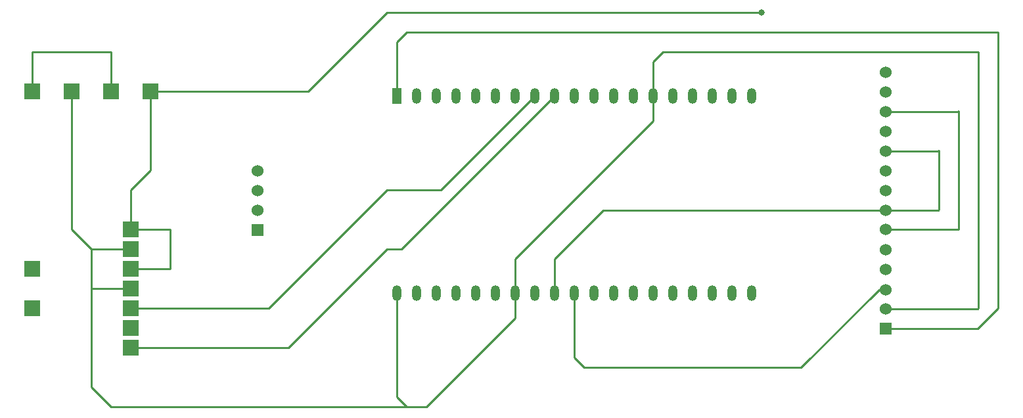
<source format=gbr>
%TF.GenerationSoftware,KiCad,Pcbnew,7.0.8*%
%TF.CreationDate,2024-07-13T09:20:10+02:00*%
%TF.ProjectId,ESP32_TFT2-8,45535033-325f-4544-9654-322d382e6b69,rev?*%
%TF.SameCoordinates,Original*%
%TF.FileFunction,Copper,L2,Bot*%
%TF.FilePolarity,Positive*%
%FSLAX46Y46*%
G04 Gerber Fmt 4.6, Leading zero omitted, Abs format (unit mm)*
G04 Created by KiCad (PCBNEW 7.0.8) date 2024-07-13 09:20:10*
%MOMM*%
%LPD*%
G01*
G04 APERTURE LIST*
%TA.AperFunction,ComponentPad*%
%ADD10R,2.000000X2.000000*%
%TD*%
%TA.AperFunction,ComponentPad*%
%ADD11R,1.524000X1.524000*%
%TD*%
%TA.AperFunction,ComponentPad*%
%ADD12C,1.524000*%
%TD*%
%TA.AperFunction,ComponentPad*%
%ADD13R,1.200000X2.000000*%
%TD*%
%TA.AperFunction,ComponentPad*%
%ADD14O,1.200000X2.000000*%
%TD*%
%TA.AperFunction,ViaPad*%
%ADD15C,0.800000*%
%TD*%
%TA.AperFunction,Conductor*%
%ADD16C,0.250000*%
%TD*%
G04 APERTURE END LIST*
D10*
%TO.P,U5,1,LP*%
%TO.N,Net-(U3-LP)*%
X99060000Y-93980000D03*
%TD*%
%TO.P,U11,1,LP*%
%TO.N,Net-(U1-32K_XN{slash}GPIO33{slash}ADC1_CH5)*%
X101600000Y-121920000D03*
%TD*%
D11*
%TO.P,U2,1,VCC*%
%TO.N,Net-(U1-3V3)*%
X198909600Y-124536320D03*
D12*
%TO.P,U2,2,GND*%
%TO.N,Net-(U10-LP)*%
X198909600Y-121996320D03*
%TO.P,U2,3,CS*%
%TO.N,Net-(U1-GPIO5)*%
X198909600Y-119486320D03*
%TO.P,U2,4,RESET*%
%TO.N,Net-(U1-GPIO22)*%
X198909600Y-116916320D03*
%TO.P,U2,5,DC*%
%TO.N,unconnected-(U2-DC-Pad5)*%
X198909600Y-114376320D03*
%TO.P,U2,6,MOSI*%
%TO.N,Net-(U1-GPIO23)*%
X198909600Y-111736320D03*
%TO.P,U2,7,SCK*%
%TO.N,Net-(U1-GPIO18)*%
X198909600Y-109296320D03*
%TO.P,U2,8,LED*%
%TO.N,unconnected-(U2-LED-Pad8)*%
X198909600Y-106756320D03*
%TO.P,U2,9,MISO*%
%TO.N,Net-(U1-GPIO19)*%
X198909600Y-104216320D03*
%TO.P,U2,10,T_CLK*%
%TO.N,Net-(U1-GPIO18)*%
X198909600Y-101676320D03*
%TO.P,U2,11,T_CS*%
%TO.N,Net-(U1-MTMS{slash}GPIO14{slash}ADC2_CH6)*%
X198909600Y-99136320D03*
%TO.P,U2,12,T_DIN*%
%TO.N,Net-(U1-GPIO23)*%
X198909600Y-96596320D03*
%TO.P,U2,13,T_DQ*%
%TO.N,Net-(U1-GPIO19)*%
X198909600Y-94056320D03*
%TO.P,U2,14,T_IRQ*%
%TO.N,Net-(U1-ADC2_CH7{slash}GPIO27)*%
X198909600Y-91516320D03*
D11*
%TO.P,U2,15*%
%TO.N,N/C*%
X117909600Y-111796320D03*
D12*
%TO.P,U2,16*%
X117909600Y-109296320D03*
%TO.P,U2,17*%
X117909600Y-106756320D03*
%TO.P,U2,18*%
X117909600Y-104216320D03*
%TD*%
D10*
%TO.P,U7,1,LP*%
%TO.N,Net-(U1-5V)*%
X101600000Y-111760000D03*
%TD*%
%TO.P,U6,1,LP*%
%TO.N,Net-(U1-5V)*%
X104140000Y-93980000D03*
%TD*%
%TO.P,U14,1,LP*%
%TO.N,unconnected-(U14-LP-Pad1)*%
X88900000Y-116840000D03*
%TD*%
%TO.P,U15,1,LP*%
%TO.N,unconnected-(U15-LP-Pad1)*%
X88900000Y-121920000D03*
%TD*%
%TO.P,U8,1,LP*%
%TO.N,Net-(U10-LP)*%
X101600000Y-114300000D03*
%TD*%
%TO.P,U3,1,LP*%
%TO.N,Net-(U3-LP)*%
X88900000Y-93980000D03*
%TD*%
%TO.P,U4,1,LP*%
%TO.N,Net-(U10-LP)*%
X93980000Y-93980000D03*
%TD*%
%TO.P,U13,1,LP*%
%TO.N,Net-(U1-DAC_1{slash}ADC2_CH8{slash}GPIO25)*%
X101600000Y-127000000D03*
%TD*%
%TO.P,U12,1,LP*%
%TO.N,Net-(U1-DAC_2{slash}ADC2_CH9{slash}GPIO26)*%
X101600000Y-124460000D03*
%TD*%
%TO.P,U9,1,LP*%
%TO.N,Net-(U1-5V)*%
X101600000Y-116840000D03*
%TD*%
%TO.P,U10,1,LP*%
%TO.N,Net-(U10-LP)*%
X101600000Y-119380000D03*
%TD*%
D13*
%TO.P,U1,1,3V3*%
%TO.N,Net-(U1-3V3)*%
X135900000Y-94550000D03*
D14*
%TO.P,U1,2,CHIP_PU*%
%TO.N,unconnected-(U1-CHIP_PU-Pad2)*%
X138440000Y-94550000D03*
%TO.P,U1,3,SENSOR_VP/GPIO36/ADC1_CH0*%
%TO.N,unconnected-(U1-SENSOR_VP{slash}GPIO36{slash}ADC1_CH0-Pad3)*%
X140980000Y-94550000D03*
%TO.P,U1,4,SENSOR_VN/GPIO39/ADC1_CH3*%
%TO.N,unconnected-(U1-SENSOR_VN{slash}GPIO39{slash}ADC1_CH3-Pad4)*%
X143520000Y-94550000D03*
%TO.P,U1,5,VDET_1/GPIO34/ADC1_CH6*%
%TO.N,unconnected-(U1-VDET_1{slash}GPIO34{slash}ADC1_CH6-Pad5)*%
X146060000Y-94550000D03*
%TO.P,U1,6,VDET_2/GPIO35/ADC1_CH7*%
%TO.N,unconnected-(U1-VDET_2{slash}GPIO35{slash}ADC1_CH7-Pad6)*%
X148600000Y-94550000D03*
%TO.P,U1,7,32K_XP/GPIO32/ADC1_CH4*%
%TO.N,unconnected-(U1-32K_XP{slash}GPIO32{slash}ADC1_CH4-Pad7)*%
X151140000Y-94550000D03*
%TO.P,U1,8,32K_XN/GPIO33/ADC1_CH5*%
%TO.N,Net-(U1-32K_XN{slash}GPIO33{slash}ADC1_CH5)*%
X153680000Y-94550000D03*
%TO.P,U1,9,DAC_1/ADC2_CH8/GPIO25*%
%TO.N,Net-(U1-DAC_1{slash}ADC2_CH8{slash}GPIO25)*%
X156220000Y-94550000D03*
%TO.P,U1,10,DAC_2/ADC2_CH9/GPIO26*%
%TO.N,Net-(U1-DAC_2{slash}ADC2_CH9{slash}GPIO26)*%
X158760000Y-94550000D03*
%TO.P,U1,11,ADC2_CH7/GPIO27*%
%TO.N,Net-(U1-ADC2_CH7{slash}GPIO27)*%
X161300000Y-94550000D03*
%TO.P,U1,12,MTMS/GPIO14/ADC2_CH6*%
%TO.N,Net-(U1-MTMS{slash}GPIO14{slash}ADC2_CH6)*%
X163840000Y-94550000D03*
%TO.P,U1,13,MTDI/GPIO12/ADC2_CH5*%
%TO.N,unconnected-(U1-MTDI{slash}GPIO12{slash}ADC2_CH5-Pad13)*%
X166380000Y-94550000D03*
%TO.P,U1,14,GND*%
%TO.N,Net-(U10-LP)*%
X168920000Y-94550000D03*
%TO.P,U1,15,MTCK/GPIO13/ADC2_CH4*%
%TO.N,unconnected-(U1-MTCK{slash}GPIO13{slash}ADC2_CH4-Pad15)*%
X171460000Y-94550000D03*
%TO.P,U1,16,SD_DATA2/GPIO9*%
%TO.N,unconnected-(U1-SD_DATA2{slash}GPIO9-Pad16)*%
X174000000Y-94550000D03*
%TO.P,U1,17,SD_DATA3/GPIO10*%
%TO.N,unconnected-(U1-SD_DATA3{slash}GPIO10-Pad17)*%
X176540000Y-94550000D03*
%TO.P,U1,18,CMD*%
%TO.N,unconnected-(U1-CMD-Pad18)*%
X179080000Y-94550000D03*
%TO.P,U1,19,5V*%
%TO.N,Net-(U1-5V)*%
X181620000Y-94550000D03*
%TO.P,U1,20,SD_CLK/GPIO6*%
%TO.N,unconnected-(U1-SD_CLK{slash}GPIO6-Pad20)*%
X181617280Y-119946320D03*
%TO.P,U1,21,SD_DATA0/GPIO7*%
%TO.N,unconnected-(U1-SD_DATA0{slash}GPIO7-Pad21)*%
X179077280Y-119946320D03*
%TO.P,U1,22,SD_DATA1/GPIO8*%
%TO.N,unconnected-(U1-SD_DATA1{slash}GPIO8-Pad22)*%
X176540000Y-119950000D03*
%TO.P,U1,23,MTDO/GPIO15/ADC2_CH3*%
%TO.N,unconnected-(U1-MTDO{slash}GPIO15{slash}ADC2_CH3-Pad23)*%
X174000000Y-119950000D03*
%TO.P,U1,24,ADC2_CH2/GPIO2*%
%TO.N,unconnected-(U1-ADC2_CH2{slash}GPIO2-Pad24)*%
X171460000Y-119950000D03*
%TO.P,U1,25,GPIO0/BOOT/ADC2_CH1*%
%TO.N,unconnected-(U1-GPIO0{slash}BOOT{slash}ADC2_CH1-Pad25)*%
X168920000Y-119950000D03*
%TO.P,U1,26,ADC2_CH0/GPIO4*%
%TO.N,unconnected-(U1-ADC2_CH0{slash}GPIO4-Pad26)*%
X166380000Y-119950000D03*
%TO.P,U1,27,GPIO16*%
%TO.N,unconnected-(U1-GPIO16-Pad27)*%
X163840000Y-119950000D03*
%TO.P,U1,28,GPIO17*%
%TO.N,unconnected-(U1-GPIO17-Pad28)*%
X161300000Y-119950000D03*
%TO.P,U1,29,GPIO5*%
%TO.N,Net-(U1-GPIO5)*%
X158760000Y-119950000D03*
%TO.P,U1,30,GPIO18*%
%TO.N,Net-(U1-GPIO18)*%
X156220000Y-119950000D03*
%TO.P,U1,31,GPIO19*%
%TO.N,Net-(U1-GPIO19)*%
X153680000Y-119950000D03*
%TO.P,U1,32,GND*%
%TO.N,Net-(U10-LP)*%
X151140000Y-119950000D03*
%TO.P,U1,33,GPIO21*%
%TO.N,unconnected-(U1-GPIO21-Pad33)*%
X148600000Y-119950000D03*
%TO.P,U1,34,U0RXD/GPIO3*%
%TO.N,unconnected-(U1-U0RXD{slash}GPIO3-Pad34)*%
X146060000Y-119950000D03*
%TO.P,U1,35,U0TXD/GPIO1*%
%TO.N,unconnected-(U1-U0TXD{slash}GPIO1-Pad35)*%
X143520000Y-119950000D03*
%TO.P,U1,36,GPIO22*%
%TO.N,Net-(U1-GPIO22)*%
X140980000Y-119950000D03*
%TO.P,U1,37,GPIO23*%
%TO.N,Net-(U1-GPIO23)*%
X138440000Y-119950000D03*
%TO.P,U1,38,GND*%
%TO.N,Net-(U10-LP)*%
X135900000Y-119950000D03*
%TD*%
D15*
%TO.N,Net-(U1-5V)*%
X182880000Y-83820000D03*
%TD*%
D16*
%TO.N,Net-(U1-3V3)*%
X213360000Y-86360000D02*
X137160000Y-86360000D01*
X198909600Y-124536320D02*
X210743680Y-124536320D01*
X135900000Y-87620000D02*
X135900000Y-94550000D01*
X210743680Y-124536320D02*
X213360000Y-121920000D01*
X137160000Y-86360000D02*
X135900000Y-87620000D01*
X213360000Y-121920000D02*
X213360000Y-86360000D01*
%TO.N,Net-(U1-32K_XN{slash}GPIO33{slash}ADC1_CH5)*%
X153680000Y-94550000D02*
X141550000Y-106680000D01*
X134620000Y-106680000D02*
X119380000Y-121920000D01*
X119380000Y-121920000D02*
X101600000Y-121920000D01*
X141550000Y-106680000D02*
X134620000Y-106680000D01*
%TO.N,Net-(U1-DAC_1{slash}ADC2_CH8{slash}GPIO25)*%
X121920000Y-127000000D02*
X101600000Y-127000000D01*
X136470000Y-114300000D02*
X134620000Y-114300000D01*
X134620000Y-114300000D02*
X121920000Y-127000000D01*
X156220000Y-94550000D02*
X136470000Y-114300000D01*
%TO.N,Net-(U10-LP)*%
X198909600Y-121996320D02*
X210743680Y-121996320D01*
X210820000Y-121920000D02*
X210820000Y-88900000D01*
X137160000Y-134620000D02*
X139700000Y-134620000D01*
X151140000Y-115560000D02*
X168920000Y-97780000D01*
X168920000Y-97780000D02*
X168920000Y-94550000D01*
X135900000Y-133360000D02*
X137160000Y-134620000D01*
X151140000Y-123180000D02*
X139700000Y-134620000D01*
X135900000Y-119950000D02*
X135900000Y-133360000D01*
X170180000Y-88900000D02*
X168920000Y-90160000D01*
X96520000Y-132080000D02*
X96520000Y-116840000D01*
X151140000Y-119950000D02*
X151140000Y-115560000D01*
X168920000Y-90160000D02*
X168920000Y-94550000D01*
X151140000Y-119950000D02*
X151140000Y-123180000D01*
X139700000Y-134620000D02*
X99060000Y-134620000D01*
X93980000Y-111760000D02*
X96520000Y-114300000D01*
X96520000Y-114300000D02*
X101600000Y-114300000D01*
X96520000Y-119380000D02*
X96520000Y-116840000D01*
X96520000Y-116840000D02*
X96520000Y-114300000D01*
X210820000Y-88900000D02*
X170180000Y-88900000D01*
X93980000Y-93980000D02*
X93980000Y-111760000D01*
X101600000Y-119380000D02*
X96520000Y-119380000D01*
X210743680Y-121996320D02*
X210820000Y-121920000D01*
X99060000Y-134620000D02*
X96520000Y-132080000D01*
%TO.N,Net-(U1-5V)*%
X149860000Y-83820000D02*
X182880000Y-83820000D01*
X104140000Y-104140000D02*
X104140000Y-93980000D01*
X104140000Y-93980000D02*
X124460000Y-93980000D01*
X101600000Y-111760000D02*
X106680000Y-111760000D01*
X106680000Y-111760000D02*
X106680000Y-116840000D01*
X101600000Y-111760000D02*
X101600000Y-106680000D01*
X101600000Y-106680000D02*
X104140000Y-104140000D01*
X124460000Y-93980000D02*
X134620000Y-83820000D01*
X106680000Y-116840000D02*
X101600000Y-116840000D01*
X134620000Y-83820000D02*
X149860000Y-83820000D01*
%TO.N,Net-(U1-GPIO5)*%
X198013680Y-119486320D02*
X187960000Y-129540000D01*
X187960000Y-129540000D02*
X160020000Y-129540000D01*
X158760000Y-128280000D02*
X158760000Y-119950000D01*
X198909600Y-119486320D02*
X198013680Y-119486320D01*
X160020000Y-129540000D02*
X158760000Y-128280000D01*
%TO.N,Net-(U1-GPIO18)*%
X198909600Y-109296320D02*
X205663680Y-109296320D01*
X205740000Y-101600000D02*
X205663680Y-101676320D01*
X162483680Y-109296320D02*
X198909600Y-109296320D01*
X205663680Y-109296320D02*
X205740000Y-109220000D01*
X205740000Y-109220000D02*
X205740000Y-101600000D01*
X156220000Y-115560000D02*
X162483680Y-109296320D01*
X156220000Y-119950000D02*
X156220000Y-115560000D01*
X205663680Y-101676320D02*
X198909600Y-101676320D01*
%TO.N,Net-(U1-GPIO23)*%
X208256320Y-111736320D02*
X208280000Y-111712640D01*
X208203680Y-96596320D02*
X198909600Y-96596320D01*
X208280000Y-111712640D02*
X208280000Y-96520000D01*
X208280000Y-96520000D02*
X208203680Y-96596320D01*
X198909600Y-111736320D02*
X208256320Y-111736320D01*
%TO.N,Net-(U3-LP)*%
X99060000Y-88900000D02*
X99060000Y-93980000D01*
X88900000Y-88900000D02*
X99060000Y-88900000D01*
X88900000Y-93980000D02*
X88900000Y-88900000D01*
%TD*%
M02*

</source>
